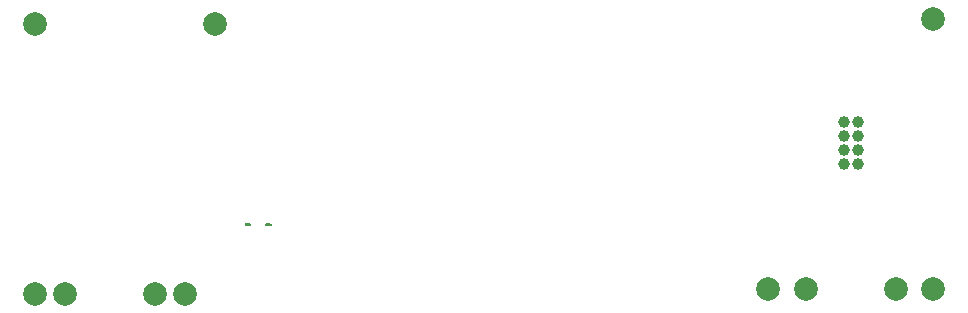
<source format=gtl>
G04 Layer: TopLayer*
G04 EasyEDA Pro v1.7.27, 2022-09-03 12:30:42*
G04 Gerber Generator version 0.3*
G04 Scale: 100 percent, Rotated: No, Reflected: No*
G04 Dimensions in millimeters*
G04 Leading zeros omitted, absolute positions, 3 integers and 3 decimals*
%FSLAX33Y33*%
%MOMM*%
%ADD10C,2.000001*%
%ADD11C,1.999996*%
%ADD12C,0.00508*%
%ADD13C,0.999998*%
G75*


G04 Image Start*
G36*
G01X30547Y11837D02*
G01X30547Y11837D01*
G01X30541Y11796D01*
G01X30539Y11761D01*
G01X30540Y11746D01*
G01X30541Y11734D01*
G01X30543Y11724D01*
G01X30546Y11719D01*
G01X30567Y11712D01*
G01X30612Y11705D01*
G01X30747Y11693D01*
G01X30931Y11684D01*
G01X31026Y11723D01*
G01X31063Y11740D01*
G01X31078Y11747D01*
G01X31090Y11755D01*
G01X31100Y11763D01*
G01X31107Y11770D01*
G01X31112Y11778D01*
G01X31115Y11786D01*
G01Y11794D01*
G01X31112Y11802D01*
G01X31107Y11811D01*
G01X31100Y11821D01*
G01X31090Y11831D01*
G01X31078Y11842D01*
G01X31046Y11866D01*
G01X30973Y11920D01*
G01X30768Y11929D01*
G01X30564Y11938D01*
G01X30547Y11837D01*
G37*
G36*
G01X28829Y11802D02*
G01X28829Y11689D01*
G01X29055D01*
G01X29282D01*
G01X29340Y11736D01*
G01X29399Y11783D01*
G01X29324Y11848D01*
G01X29249Y11913D01*
G01X29039Y11914D01*
G01X28829Y11915D01*
G01Y11802D01*
G37*
G04 Image End*
G04 Image End*

G04 Pad Start*
G54D10*
G01X26268Y28807D03*
G01X11028Y28807D03*
G01X11028Y5947D03*
G01X13568Y5947D03*
G01X21188Y5947D03*
G01X23728Y5947D03*
G54D11*
G01X73131Y6328D03*
G01X87101Y6328D03*
G01X87101Y29188D03*
G01X83926Y6328D03*
G01X76306Y6328D03*
G04 Pad End*

G04 Via Start*
G54D12*
G01X78345Y20520D03*
G54D13*
G01X79545Y20520D03*
G01X80745Y20520D03*
G54D12*
G01X78345Y19320D03*
G54D13*
G01X79545Y19320D03*
G01X80745Y19320D03*
G54D12*
G01X78345Y18120D03*
G54D13*
G01X79545Y18120D03*
G01X80745Y18120D03*
G54D12*
G01X78345Y16920D03*
G54D13*
G01X79545Y16920D03*
G01X80745Y16920D03*
G04 Via End*

M02*

</source>
